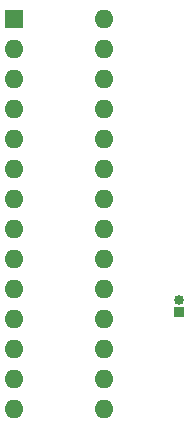
<source format=gbr>
%TF.GenerationSoftware,KiCad,Pcbnew,(6.0.1)*%
%TF.CreationDate,2022-07-04T15:39:42-03:00*%
%TF.ProjectId,pcb_for_testing,7063625f-666f-4725-9f74-657374696e67,rev?*%
%TF.SameCoordinates,Original*%
%TF.FileFunction,Copper,L2,Bot*%
%TF.FilePolarity,Positive*%
%FSLAX46Y46*%
G04 Gerber Fmt 4.6, Leading zero omitted, Abs format (unit mm)*
G04 Created by KiCad (PCBNEW (6.0.1)) date 2022-07-04 15:39:42*
%MOMM*%
%LPD*%
G01*
G04 APERTURE LIST*
%TA.AperFunction,ComponentPad*%
%ADD10R,1.600000X1.600000*%
%TD*%
%TA.AperFunction,ComponentPad*%
%ADD11O,1.600000X1.600000*%
%TD*%
%TA.AperFunction,ComponentPad*%
%ADD12R,0.850000X0.850000*%
%TD*%
%TA.AperFunction,ComponentPad*%
%ADD13O,0.850000X0.850000*%
%TD*%
G04 APERTURE END LIST*
D10*
%TO.P,U1,1,PC6/~{RESET}*%
%TO.N,unconnected-(U1-Pad1)*%
X124460000Y-64060000D03*
D11*
%TO.P,U1,2,PD0*%
%TO.N,unconnected-(U1-Pad2)*%
X124460000Y-66600000D03*
%TO.P,U1,3,PD1*%
%TO.N,unconnected-(U1-Pad3)*%
X124460000Y-69140000D03*
%TO.P,U1,4,PD2*%
%TO.N,unconnected-(U1-Pad4)*%
X124460000Y-71680000D03*
%TO.P,U1,5,PD3*%
%TO.N,unconnected-(U1-Pad5)*%
X124460000Y-74220000D03*
%TO.P,U1,6,PD4*%
%TO.N,Net-(R3-Pad1)*%
X124460000Y-76760000D03*
%TO.P,U1,7,VCC*%
%TO.N,+3V3*%
X124460000Y-79300000D03*
%TO.P,U1,8,GND*%
%TO.N,GND*%
X124460000Y-81840000D03*
%TO.P,U1,9,PB6/XTAL1*%
%TO.N,unconnected-(U1-Pad9)*%
X124460000Y-84380000D03*
%TO.P,U1,10,PB7/XTAL2*%
%TO.N,unconnected-(U1-Pad10)*%
X124460000Y-86920000D03*
%TO.P,U1,11,PD5*%
%TO.N,unconnected-(U1-Pad11)*%
X124460000Y-89460000D03*
%TO.P,U1,12,PD6*%
%TO.N,unconnected-(U1-Pad12)*%
X124460000Y-92000000D03*
%TO.P,U1,13,PD7*%
%TO.N,unconnected-(U1-Pad13)*%
X124460000Y-94540000D03*
%TO.P,U1,14,PB0*%
%TO.N,unconnected-(U1-Pad14)*%
X124460000Y-97080000D03*
%TO.P,U1,15,PB1*%
%TO.N,unconnected-(U1-Pad15)*%
X132080000Y-97080000D03*
%TO.P,U1,16,PB2*%
%TO.N,unconnected-(U1-Pad16)*%
X132080000Y-94540000D03*
%TO.P,U1,17,PB3*%
%TO.N,Net-(R1-Pad1)*%
X132080000Y-92000000D03*
%TO.P,U1,18,PB4*%
%TO.N,unconnected-(U1-Pad18)*%
X132080000Y-89460000D03*
%TO.P,U1,19,PB5*%
%TO.N,Net-(R1-Pad2)*%
X132080000Y-86920000D03*
%TO.P,U1,20,AVCC*%
%TO.N,+3V3*%
X132080000Y-84380000D03*
%TO.P,U1,21,AREF*%
%TO.N,unconnected-(U1-Pad21)*%
X132080000Y-81840000D03*
%TO.P,U1,22,AGND*%
%TO.N,GND*%
X132080000Y-79300000D03*
%TO.P,U1,23,PC0*%
%TO.N,unconnected-(U1-Pad23)*%
X132080000Y-76760000D03*
%TO.P,U1,24,PC1*%
%TO.N,unconnected-(U1-Pad24)*%
X132080000Y-74220000D03*
%TO.P,U1,25,PC2*%
%TO.N,unconnected-(U1-Pad25)*%
X132080000Y-71680000D03*
%TO.P,U1,26,PC3*%
%TO.N,unconnected-(U1-Pad26)*%
X132080000Y-69140000D03*
%TO.P,U1,27,PC4*%
%TO.N,Net-(R2-Pad1)*%
X132080000Y-66600000D03*
%TO.P,U1,28,PC5*%
%TO.N,unconnected-(U1-Pad28)*%
X132080000Y-64060000D03*
%TD*%
D12*
%TO.P,J1,1,Pin_1*%
%TO.N,GND*%
X138470000Y-88850000D03*
D13*
%TO.P,J1,2,Pin_2*%
%TO.N,+3V3*%
X138470000Y-87850000D03*
%TD*%
M02*

</source>
